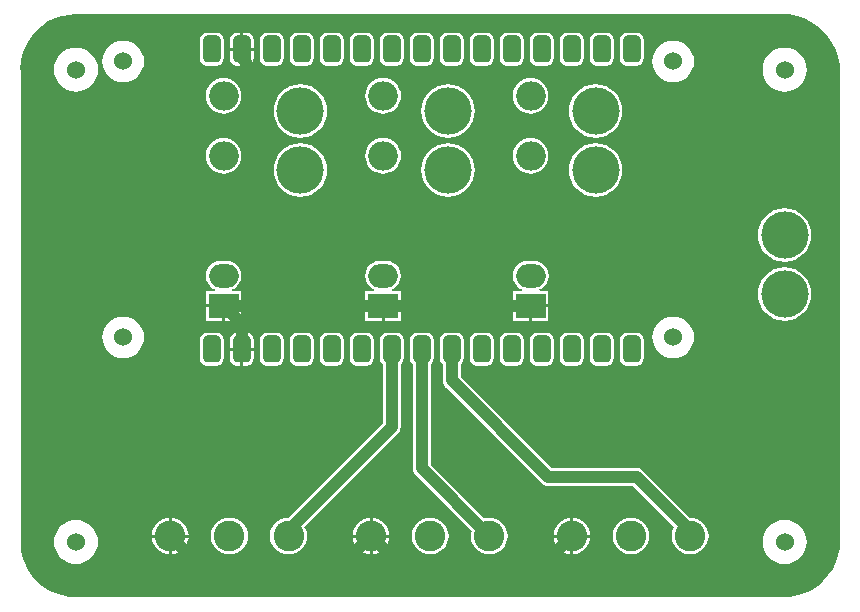
<source format=gbl>
G04*
G04 #@! TF.GenerationSoftware,Altium Limited,CircuitMaker,2.2.0 (2.2.0.5)*
G04*
G04 Layer_Physical_Order=4*
G04 Layer_Color=11436288*
%FSLAX25Y25*%
%MOIN*%
G70*
G04*
G04 #@! TF.SameCoordinates,81B0039B-3CC0-4BB0-BBFD-AD45440123D6*
G04*
G04*
G04 #@! TF.FilePolarity,Positive*
G04*
G01*
G75*
%ADD23C,0.06000*%
%ADD27C,0.03937*%
%ADD29R,0.09842X0.07874*%
%ADD30O,0.09842X0.07874*%
%ADD31O,0.09842X0.09842*%
G04:AMPARAMS|DCode=32|XSize=60mil|YSize=90mil|CornerRadius=15mil|HoleSize=0mil|Usage=FLASHONLY|Rotation=0.000|XOffset=0mil|YOffset=0mil|HoleType=Round|Shape=RoundedRectangle|*
%AMROUNDEDRECTD32*
21,1,0.06000,0.06000,0,0,0.0*
21,1,0.03000,0.09000,0,0,0.0*
1,1,0.03000,0.01500,-0.03000*
1,1,0.03000,-0.01500,-0.03000*
1,1,0.03000,-0.01500,0.03000*
1,1,0.03000,0.01500,0.03000*
%
%ADD32ROUNDEDRECTD32*%
%ADD33C,0.15748*%
%ADD34C,0.10236*%
G36*
X354272Y313718D02*
X354272Y313718D01*
X354272Y313718D01*
X355890Y313612D01*
X358390Y313115D01*
X360804Y312296D01*
X363090Y311168D01*
X365210Y309752D01*
X367126Y308071D01*
X368807Y306155D01*
X370223Y304035D01*
X371351Y301749D01*
X372170Y299335D01*
X372667Y296835D01*
X372834Y294291D01*
X372773Y293366D01*
X372773Y293366D01*
X372795Y293265D01*
Y137795D01*
X372815Y137696D01*
X372698Y135901D01*
X372211Y133452D01*
X371408Y131088D01*
X370304Y128849D01*
X368917Y126774D01*
X367271Y124897D01*
X365394Y123251D01*
X363319Y121864D01*
X361080Y120760D01*
X358716Y119958D01*
X356268Y119471D01*
X353777Y119307D01*
X353217Y119344D01*
Y119344D01*
X352728Y119331D01*
X118110D01*
X118061Y119321D01*
X115698Y119476D01*
X113328Y119947D01*
X111039Y120724D01*
X108871Y121793D01*
X106862Y123136D01*
X105044Y124730D01*
X103451Y126547D01*
X102108Y128556D01*
X101039Y130724D01*
X100262Y133013D01*
X99791Y135383D01*
X99665Y137299D01*
X99646Y137795D01*
X99646Y137795D01*
X99646Y138288D01*
Y295276D01*
X99636Y295325D01*
X99791Y297687D01*
X100262Y300058D01*
X101039Y302347D01*
X102108Y304515D01*
X103451Y306524D01*
X105044Y308341D01*
X106862Y309935D01*
X108871Y311278D01*
X111039Y312347D01*
X113328Y313124D01*
X115698Y313595D01*
X117618Y313721D01*
X118110Y313740D01*
Y313740D01*
X118110Y313740D01*
X354251D01*
X354272Y313718D01*
D02*
G37*
%LPC*%
G36*
X174886Y307518D02*
X173886D01*
Y302468D01*
X177435D01*
Y304969D01*
X177241Y305944D01*
X176688Y306771D01*
X175861Y307324D01*
X174886Y307518D01*
D02*
G37*
G36*
X172886D02*
X171886D01*
X170910Y307324D01*
X170083Y306771D01*
X169531Y305944D01*
X169337Y304969D01*
Y302468D01*
X172886D01*
Y307518D01*
D02*
G37*
G36*
X304886D02*
X301886D01*
X300910Y307324D01*
X300083Y306771D01*
X299531Y305944D01*
X299337Y304969D01*
Y298969D01*
X299531Y297993D01*
X300083Y297166D01*
X300910Y296614D01*
X301886Y296420D01*
X304886D01*
X305861Y296614D01*
X306688Y297166D01*
X307241Y297993D01*
X307435Y298969D01*
Y304969D01*
X307241Y305944D01*
X306688Y306771D01*
X305861Y307324D01*
X304886Y307518D01*
D02*
G37*
G36*
X294886D02*
X291886D01*
X290910Y307324D01*
X290083Y306771D01*
X289531Y305944D01*
X289337Y304969D01*
Y298969D01*
X289531Y297993D01*
X290083Y297166D01*
X290910Y296614D01*
X291886Y296420D01*
X294886D01*
X295861Y296614D01*
X296688Y297166D01*
X297241Y297993D01*
X297435Y298969D01*
Y304969D01*
X297241Y305944D01*
X296688Y306771D01*
X295861Y307324D01*
X294886Y307518D01*
D02*
G37*
G36*
X284886D02*
X281886D01*
X280910Y307324D01*
X280083Y306771D01*
X279531Y305944D01*
X279337Y304969D01*
Y298969D01*
X279531Y297993D01*
X280083Y297166D01*
X280910Y296614D01*
X281886Y296420D01*
X284886D01*
X285861Y296614D01*
X286688Y297166D01*
X287241Y297993D01*
X287435Y298969D01*
Y304969D01*
X287241Y305944D01*
X286688Y306771D01*
X285861Y307324D01*
X284886Y307518D01*
D02*
G37*
G36*
X274886D02*
X271886D01*
X270910Y307324D01*
X270083Y306771D01*
X269531Y305944D01*
X269337Y304969D01*
Y298969D01*
X269531Y297993D01*
X270083Y297166D01*
X270910Y296614D01*
X271886Y296420D01*
X274886D01*
X275861Y296614D01*
X276688Y297166D01*
X277241Y297993D01*
X277435Y298969D01*
Y304969D01*
X277241Y305944D01*
X276688Y306771D01*
X275861Y307324D01*
X274886Y307518D01*
D02*
G37*
G36*
X264886D02*
X261886D01*
X260910Y307324D01*
X260083Y306771D01*
X259531Y305944D01*
X259337Y304969D01*
Y298969D01*
X259531Y297993D01*
X260083Y297166D01*
X260910Y296614D01*
X261886Y296420D01*
X264886D01*
X265861Y296614D01*
X266688Y297166D01*
X267241Y297993D01*
X267435Y298969D01*
Y304969D01*
X267241Y305944D01*
X266688Y306771D01*
X265861Y307324D01*
X264886Y307518D01*
D02*
G37*
G36*
X254886D02*
X251886D01*
X250910Y307324D01*
X250083Y306771D01*
X249531Y305944D01*
X249337Y304969D01*
Y298969D01*
X249531Y297993D01*
X250083Y297166D01*
X250910Y296614D01*
X251886Y296420D01*
X254886D01*
X255861Y296614D01*
X256688Y297166D01*
X257241Y297993D01*
X257435Y298969D01*
Y304969D01*
X257241Y305944D01*
X256688Y306771D01*
X255861Y307324D01*
X254886Y307518D01*
D02*
G37*
G36*
X244886D02*
X241886D01*
X240910Y307324D01*
X240083Y306771D01*
X239531Y305944D01*
X239337Y304969D01*
Y298969D01*
X239531Y297993D01*
X240083Y297166D01*
X240910Y296614D01*
X241886Y296420D01*
X244886D01*
X245861Y296614D01*
X246688Y297166D01*
X247241Y297993D01*
X247435Y298969D01*
Y304969D01*
X247241Y305944D01*
X246688Y306771D01*
X245861Y307324D01*
X244886Y307518D01*
D02*
G37*
G36*
X234886D02*
X231886D01*
X230910Y307324D01*
X230083Y306771D01*
X229531Y305944D01*
X229337Y304969D01*
Y298969D01*
X229531Y297993D01*
X230083Y297166D01*
X230910Y296614D01*
X231886Y296420D01*
X234886D01*
X235861Y296614D01*
X236688Y297166D01*
X237241Y297993D01*
X237435Y298969D01*
Y304969D01*
X237241Y305944D01*
X236688Y306771D01*
X235861Y307324D01*
X234886Y307518D01*
D02*
G37*
G36*
X224886D02*
X221886D01*
X220910Y307324D01*
X220083Y306771D01*
X219531Y305944D01*
X219337Y304969D01*
Y298969D01*
X219531Y297993D01*
X220083Y297166D01*
X220910Y296614D01*
X221886Y296420D01*
X224886D01*
X225861Y296614D01*
X226688Y297166D01*
X227241Y297993D01*
X227435Y298969D01*
Y304969D01*
X227241Y305944D01*
X226688Y306771D01*
X225861Y307324D01*
X224886Y307518D01*
D02*
G37*
G36*
X214886D02*
X211886D01*
X210910Y307324D01*
X210083Y306771D01*
X209531Y305944D01*
X209337Y304969D01*
Y298969D01*
X209531Y297993D01*
X210083Y297166D01*
X210910Y296614D01*
X211886Y296420D01*
X214886D01*
X215861Y296614D01*
X216688Y297166D01*
X217241Y297993D01*
X217435Y298969D01*
Y304969D01*
X217241Y305944D01*
X216688Y306771D01*
X215861Y307324D01*
X214886Y307518D01*
D02*
G37*
G36*
X204886D02*
X201886D01*
X200910Y307324D01*
X200083Y306771D01*
X199531Y305944D01*
X199337Y304969D01*
Y298969D01*
X199531Y297993D01*
X200083Y297166D01*
X200910Y296614D01*
X201886Y296420D01*
X204886D01*
X205861Y296614D01*
X206688Y297166D01*
X207241Y297993D01*
X207435Y298969D01*
Y304969D01*
X207241Y305944D01*
X206688Y306771D01*
X205861Y307324D01*
X204886Y307518D01*
D02*
G37*
G36*
X194886D02*
X191886D01*
X190910Y307324D01*
X190083Y306771D01*
X189531Y305944D01*
X189337Y304969D01*
Y298969D01*
X189531Y297993D01*
X190083Y297166D01*
X190910Y296614D01*
X191886Y296420D01*
X194886D01*
X195861Y296614D01*
X196688Y297166D01*
X197241Y297993D01*
X197435Y298969D01*
Y304969D01*
X197241Y305944D01*
X196688Y306771D01*
X195861Y307324D01*
X194886Y307518D01*
D02*
G37*
G36*
X184886D02*
X181886D01*
X180910Y307324D01*
X180083Y306771D01*
X179531Y305944D01*
X179337Y304969D01*
Y298969D01*
X179531Y297993D01*
X180083Y297166D01*
X180910Y296614D01*
X181886Y296420D01*
X184886D01*
X185861Y296614D01*
X186688Y297166D01*
X187241Y297993D01*
X187435Y298969D01*
Y304969D01*
X187241Y305944D01*
X186688Y306771D01*
X185861Y307324D01*
X184886Y307518D01*
D02*
G37*
G36*
X177435Y301468D02*
X173886D01*
Y296420D01*
X174886D01*
X175861Y296614D01*
X176688Y297166D01*
X177241Y297993D01*
X177435Y298969D01*
Y301468D01*
D02*
G37*
G36*
X172886D02*
X169337D01*
Y298969D01*
X169531Y297993D01*
X170083Y297166D01*
X170910Y296614D01*
X171886Y296420D01*
X172886D01*
Y301468D01*
D02*
G37*
G36*
X164886Y307518D02*
X161886D01*
X160910Y307324D01*
X160083Y306771D01*
X159531Y305944D01*
X159337Y304969D01*
Y298969D01*
X159531Y297993D01*
X160083Y297166D01*
X160910Y296614D01*
X161886Y296420D01*
X164886D01*
X165861Y296614D01*
X166688Y297166D01*
X167241Y297993D01*
X167435Y298969D01*
Y304969D01*
X167241Y305944D01*
X166688Y306771D01*
X165861Y307324D01*
X164886Y307518D01*
D02*
G37*
G36*
X317165Y304892D02*
X315812Y304758D01*
X314510Y304363D01*
X313310Y303722D01*
X312259Y302859D01*
X311396Y301808D01*
X310755Y300608D01*
X310360Y299307D01*
X310226Y297953D01*
X310360Y296599D01*
X310755Y295297D01*
X311396Y294098D01*
X312259Y293046D01*
X313310Y292183D01*
X314510Y291542D01*
X315812Y291147D01*
X317165Y291014D01*
X318519Y291147D01*
X319821Y291542D01*
X321020Y292183D01*
X322072Y293046D01*
X322935Y294098D01*
X323576Y295297D01*
X323971Y296599D01*
X324104Y297953D01*
X323971Y299307D01*
X323576Y300608D01*
X322935Y301808D01*
X322072Y302859D01*
X321020Y303722D01*
X319821Y304363D01*
X318519Y304758D01*
X317165Y304892D01*
D02*
G37*
G36*
X133858D02*
X132504Y304758D01*
X131203Y304363D01*
X130003Y303722D01*
X128952Y302859D01*
X128089Y301808D01*
X127447Y300608D01*
X127053Y299307D01*
X126919Y297953D01*
X127053Y296599D01*
X127447Y295297D01*
X128089Y294098D01*
X128952Y293046D01*
X130003Y292183D01*
X131203Y291542D01*
X132504Y291147D01*
X133858Y291014D01*
X135212Y291147D01*
X136514Y291542D01*
X137713Y292183D01*
X138765Y293046D01*
X139628Y294098D01*
X140269Y295297D01*
X140664Y296599D01*
X140797Y297953D01*
X140664Y299307D01*
X140269Y300608D01*
X139628Y301808D01*
X138765Y302859D01*
X137713Y303722D01*
X136514Y304363D01*
X135212Y304758D01*
X133858Y304892D01*
D02*
G37*
G36*
X354331Y302610D02*
X352900Y302469D01*
X351524Y302052D01*
X350256Y301374D01*
X349145Y300462D01*
X348232Y299350D01*
X347555Y298082D01*
X347137Y296707D01*
X346996Y295276D01*
X347137Y293845D01*
X347555Y292469D01*
X348232Y291201D01*
X349145Y290089D01*
X350256Y289177D01*
X351524Y288499D01*
X352900Y288082D01*
X354331Y287941D01*
X355762Y288082D01*
X357138Y288499D01*
X358406Y289177D01*
X359517Y290089D01*
X360429Y291201D01*
X361107Y292469D01*
X361524Y293845D01*
X361665Y295276D01*
X361524Y296707D01*
X361107Y298082D01*
X360429Y299350D01*
X359517Y300462D01*
X358406Y301374D01*
X357138Y302052D01*
X355762Y302469D01*
X354331Y302610D01*
D02*
G37*
G36*
X118110D02*
X116679Y302469D01*
X115303Y302052D01*
X114035Y301374D01*
X112924Y300462D01*
X112012Y299350D01*
X111334Y298082D01*
X110917Y296707D01*
X110776Y295276D01*
X110917Y293845D01*
X111334Y292469D01*
X112012Y291201D01*
X112924Y290089D01*
X114035Y289177D01*
X115303Y288499D01*
X116679Y288082D01*
X118110Y287941D01*
X119541Y288082D01*
X120917Y288499D01*
X122185Y289177D01*
X123296Y290089D01*
X124209Y291201D01*
X124886Y292469D01*
X125304Y293845D01*
X125445Y295276D01*
X125304Y296707D01*
X124886Y298082D01*
X124209Y299350D01*
X123296Y300462D01*
X122185Y301374D01*
X120917Y302052D01*
X119541Y302469D01*
X118110Y302610D01*
D02*
G37*
G36*
X269685Y292485D02*
X268524Y292371D01*
X267408Y292032D01*
X266379Y291483D01*
X265478Y290743D01*
X264738Y289841D01*
X264188Y288812D01*
X263849Y287696D01*
X263735Y286535D01*
X263849Y285375D01*
X264188Y284259D01*
X264738Y283230D01*
X265478Y282328D01*
X266379Y281588D01*
X267408Y281038D01*
X268524Y280700D01*
X269685Y280586D01*
X270846Y280700D01*
X271962Y281038D01*
X272991Y281588D01*
X273892Y282328D01*
X274632Y283230D01*
X275182Y284259D01*
X275521Y285375D01*
X275635Y286535D01*
X275521Y287696D01*
X275182Y288812D01*
X274632Y289841D01*
X273892Y290743D01*
X272991Y291483D01*
X271962Y292032D01*
X270846Y292371D01*
X269685Y292485D01*
D02*
G37*
G36*
X220472D02*
X219312Y292371D01*
X218196Y292032D01*
X217167Y291483D01*
X216265Y290743D01*
X215525Y289841D01*
X214975Y288812D01*
X214637Y287696D01*
X214523Y286535D01*
X214637Y285375D01*
X214975Y284259D01*
X215525Y283230D01*
X216265Y282328D01*
X217167Y281588D01*
X218196Y281038D01*
X219312Y280700D01*
X220472Y280586D01*
X221633Y280700D01*
X222749Y281038D01*
X223778Y281588D01*
X224680Y282328D01*
X225420Y283230D01*
X225969Y284259D01*
X226308Y285375D01*
X226422Y286535D01*
X226308Y287696D01*
X225969Y288812D01*
X225420Y289841D01*
X224680Y290743D01*
X223778Y291483D01*
X222749Y292032D01*
X221633Y292371D01*
X220472Y292485D01*
D02*
G37*
G36*
X167323D02*
X166162Y292371D01*
X165046Y292032D01*
X164017Y291483D01*
X163116Y290743D01*
X162376Y289841D01*
X161826Y288812D01*
X161487Y287696D01*
X161373Y286535D01*
X161487Y285375D01*
X161826Y284259D01*
X162376Y283230D01*
X163116Y282328D01*
X164017Y281588D01*
X165046Y281038D01*
X166162Y280700D01*
X167323Y280586D01*
X168484Y280700D01*
X169600Y281038D01*
X170628Y281588D01*
X171530Y282328D01*
X172270Y283230D01*
X172820Y284259D01*
X173158Y285375D01*
X173273Y286535D01*
X173158Y287696D01*
X172820Y288812D01*
X172270Y289841D01*
X171530Y290743D01*
X170628Y291483D01*
X169600Y292032D01*
X168484Y292371D01*
X167323Y292485D01*
D02*
G37*
G36*
X291339Y290413D02*
X289599Y290242D01*
X287926Y289734D01*
X286385Y288910D01*
X285033Y287801D01*
X283924Y286450D01*
X283100Y284908D01*
X282593Y283236D01*
X282422Y281496D01*
X282593Y279756D01*
X283100Y278084D01*
X283924Y276542D01*
X285033Y275191D01*
X286385Y274082D01*
X287926Y273258D01*
X289599Y272750D01*
X291339Y272579D01*
X293078Y272750D01*
X294751Y273258D01*
X296293Y274082D01*
X297644Y275191D01*
X298753Y276542D01*
X299577Y278084D01*
X300084Y279756D01*
X300255Y281496D01*
X300084Y283236D01*
X299577Y284908D01*
X298753Y286450D01*
X297644Y287801D01*
X296293Y288910D01*
X294751Y289734D01*
X293078Y290242D01*
X291339Y290413D01*
D02*
G37*
G36*
X242126D02*
X240386Y290242D01*
X238714Y289734D01*
X237172Y288910D01*
X235821Y287801D01*
X234712Y286450D01*
X233888Y284908D01*
X233380Y283236D01*
X233209Y281496D01*
X233380Y279756D01*
X233888Y278084D01*
X234712Y276542D01*
X235821Y275191D01*
X237172Y274082D01*
X238714Y273258D01*
X240386Y272750D01*
X242126Y272579D01*
X243866Y272750D01*
X245538Y273258D01*
X247080Y274082D01*
X248431Y275191D01*
X249540Y276542D01*
X250364Y278084D01*
X250872Y279756D01*
X251043Y281496D01*
X250872Y283236D01*
X250364Y284908D01*
X249540Y286450D01*
X248431Y287801D01*
X247080Y288910D01*
X245538Y289734D01*
X243866Y290242D01*
X242126Y290413D01*
D02*
G37*
G36*
X192913D02*
X191174Y290242D01*
X189501Y289734D01*
X187959Y288910D01*
X186608Y287801D01*
X185499Y286450D01*
X184675Y284908D01*
X184168Y283236D01*
X183996Y281496D01*
X184168Y279756D01*
X184675Y278084D01*
X185499Y276542D01*
X186608Y275191D01*
X187959Y274082D01*
X189501Y273258D01*
X191174Y272750D01*
X192913Y272579D01*
X194653Y272750D01*
X196326Y273258D01*
X197867Y274082D01*
X199219Y275191D01*
X200328Y276542D01*
X201152Y278084D01*
X201659Y279756D01*
X201830Y281496D01*
X201659Y283236D01*
X201152Y284908D01*
X200328Y286450D01*
X199219Y287801D01*
X197867Y288910D01*
X196326Y289734D01*
X194653Y290242D01*
X192913Y290413D01*
D02*
G37*
G36*
X269685Y272485D02*
X268524Y272371D01*
X267408Y272032D01*
X266379Y271483D01*
X265478Y270743D01*
X264738Y269841D01*
X264188Y268812D01*
X263849Y267696D01*
X263735Y266535D01*
X263849Y265375D01*
X264188Y264259D01*
X264738Y263230D01*
X265478Y262328D01*
X266379Y261588D01*
X267408Y261038D01*
X268524Y260700D01*
X269685Y260585D01*
X270846Y260700D01*
X271962Y261038D01*
X272991Y261588D01*
X273892Y262328D01*
X274632Y263230D01*
X275182Y264259D01*
X275521Y265375D01*
X275635Y266535D01*
X275521Y267696D01*
X275182Y268812D01*
X274632Y269841D01*
X273892Y270743D01*
X272991Y271483D01*
X271962Y272032D01*
X270846Y272371D01*
X269685Y272485D01*
D02*
G37*
G36*
X220472D02*
X219312Y272371D01*
X218196Y272032D01*
X217167Y271483D01*
X216265Y270743D01*
X215525Y269841D01*
X214975Y268812D01*
X214637Y267696D01*
X214523Y266535D01*
X214637Y265375D01*
X214975Y264259D01*
X215525Y263230D01*
X216265Y262328D01*
X217167Y261588D01*
X218196Y261038D01*
X219312Y260700D01*
X220472Y260585D01*
X221633Y260700D01*
X222749Y261038D01*
X223778Y261588D01*
X224680Y262328D01*
X225420Y263230D01*
X225969Y264259D01*
X226308Y265375D01*
X226422Y266535D01*
X226308Y267696D01*
X225969Y268812D01*
X225420Y269841D01*
X224680Y270743D01*
X223778Y271483D01*
X222749Y272032D01*
X221633Y272371D01*
X220472Y272485D01*
D02*
G37*
G36*
X167323D02*
X166162Y272371D01*
X165046Y272032D01*
X164017Y271483D01*
X163116Y270743D01*
X162376Y269841D01*
X161826Y268812D01*
X161487Y267696D01*
X161373Y266535D01*
X161487Y265375D01*
X161826Y264259D01*
X162376Y263230D01*
X163116Y262328D01*
X164017Y261588D01*
X165046Y261038D01*
X166162Y260700D01*
X167323Y260585D01*
X168484Y260700D01*
X169600Y261038D01*
X170628Y261588D01*
X171530Y262328D01*
X172270Y263230D01*
X172820Y264259D01*
X173158Y265375D01*
X173273Y266535D01*
X173158Y267696D01*
X172820Y268812D01*
X172270Y269841D01*
X171530Y270743D01*
X170628Y271483D01*
X169600Y272032D01*
X168484Y272371D01*
X167323Y272485D01*
D02*
G37*
G36*
X291339Y270728D02*
X289599Y270557D01*
X287926Y270049D01*
X286385Y269225D01*
X285033Y268116D01*
X283924Y266765D01*
X283100Y265223D01*
X282593Y263551D01*
X282422Y261811D01*
X282593Y260071D01*
X283100Y258399D01*
X283924Y256857D01*
X285033Y255506D01*
X286385Y254397D01*
X287926Y253573D01*
X289599Y253065D01*
X291339Y252894D01*
X293078Y253065D01*
X294751Y253573D01*
X296293Y254397D01*
X297644Y255506D01*
X298753Y256857D01*
X299577Y258399D01*
X300084Y260071D01*
X300255Y261811D01*
X300084Y263551D01*
X299577Y265223D01*
X298753Y266765D01*
X297644Y268116D01*
X296293Y269225D01*
X294751Y270049D01*
X293078Y270557D01*
X291339Y270728D01*
D02*
G37*
G36*
X242126D02*
X240386Y270557D01*
X238714Y270049D01*
X237172Y269225D01*
X235821Y268116D01*
X234712Y266765D01*
X233888Y265223D01*
X233380Y263551D01*
X233209Y261811D01*
X233380Y260071D01*
X233888Y258399D01*
X234712Y256857D01*
X235821Y255506D01*
X237172Y254397D01*
X238714Y253573D01*
X240386Y253065D01*
X242126Y252894D01*
X243866Y253065D01*
X245538Y253573D01*
X247080Y254397D01*
X248431Y255506D01*
X249540Y256857D01*
X250364Y258399D01*
X250872Y260071D01*
X251043Y261811D01*
X250872Y263551D01*
X250364Y265223D01*
X249540Y266765D01*
X248431Y268116D01*
X247080Y269225D01*
X245538Y270049D01*
X243866Y270557D01*
X242126Y270728D01*
D02*
G37*
G36*
X192913D02*
X191174Y270557D01*
X189501Y270049D01*
X187959Y269225D01*
X186608Y268116D01*
X185499Y266765D01*
X184675Y265223D01*
X184168Y263551D01*
X183996Y261811D01*
X184168Y260071D01*
X184675Y258399D01*
X185499Y256857D01*
X186608Y255506D01*
X187959Y254397D01*
X189501Y253573D01*
X191174Y253065D01*
X192913Y252894D01*
X194653Y253065D01*
X196326Y253573D01*
X197867Y254397D01*
X199219Y255506D01*
X200328Y256857D01*
X201152Y258399D01*
X201659Y260071D01*
X201830Y261811D01*
X201659Y263551D01*
X201152Y265223D01*
X200328Y266765D01*
X199219Y268116D01*
X197867Y269225D01*
X196326Y270049D01*
X194653Y270557D01*
X192913Y270728D01*
D02*
G37*
G36*
X354331Y249074D02*
X352591Y248903D01*
X350918Y248396D01*
X349377Y247572D01*
X348025Y246463D01*
X346917Y245111D01*
X346093Y243570D01*
X345585Y241897D01*
X345414Y240158D01*
X345585Y238418D01*
X346093Y236745D01*
X346917Y235204D01*
X348025Y233852D01*
X349377Y232743D01*
X350918Y231919D01*
X352591Y231412D01*
X354331Y231241D01*
X356070Y231412D01*
X357743Y231919D01*
X359285Y232743D01*
X360636Y233852D01*
X361745Y235204D01*
X362569Y236745D01*
X363076Y238418D01*
X363248Y240158D01*
X363076Y241897D01*
X362569Y243570D01*
X361745Y245111D01*
X360636Y246463D01*
X359285Y247572D01*
X357743Y248396D01*
X356070Y248903D01*
X354331Y249074D01*
D02*
G37*
G36*
X168307Y231515D02*
X166339D01*
X165050Y231345D01*
X163849Y230848D01*
X162818Y230057D01*
X162026Y229025D01*
X161529Y227824D01*
X161359Y226535D01*
X161529Y225247D01*
X162026Y224046D01*
X162818Y223014D01*
X163849Y222223D01*
X164454Y221972D01*
X164354Y221472D01*
X161402D01*
Y217035D01*
X167323D01*
X173244D01*
Y221472D01*
X170291D01*
X170192Y221972D01*
X170797Y222223D01*
X171828Y223014D01*
X172620Y224046D01*
X173117Y225247D01*
X173287Y226535D01*
X173117Y227824D01*
X172620Y229025D01*
X171828Y230057D01*
X170797Y230848D01*
X169596Y231345D01*
X168307Y231515D01*
D02*
G37*
G36*
X270669D02*
X268701D01*
X267412Y231345D01*
X266211Y230848D01*
X265180Y230057D01*
X264388Y229025D01*
X263891Y227824D01*
X263721Y226535D01*
X263891Y225247D01*
X264388Y224046D01*
X265180Y223014D01*
X266211Y222223D01*
X266816Y221972D01*
X266716Y221472D01*
X263764D01*
Y217035D01*
X269685D01*
X275606D01*
Y221472D01*
X272654D01*
X272554Y221972D01*
X273159Y222223D01*
X274190Y223014D01*
X274982Y224046D01*
X275479Y225247D01*
X275649Y226535D01*
X275479Y227824D01*
X274982Y229025D01*
X274190Y230057D01*
X273159Y230848D01*
X271958Y231345D01*
X270669Y231515D01*
D02*
G37*
G36*
X221457D02*
X219488D01*
X218199Y231345D01*
X216998Y230848D01*
X215967Y230057D01*
X215176Y229025D01*
X214678Y227824D01*
X214509Y226535D01*
X214678Y225247D01*
X215176Y224046D01*
X215967Y223014D01*
X216998Y222223D01*
X217603Y221972D01*
X217504Y221472D01*
X214551D01*
Y217035D01*
X220472D01*
X226394D01*
Y221472D01*
X223441D01*
X223342Y221972D01*
X223946Y222223D01*
X224978Y223014D01*
X225769Y224046D01*
X226267Y225247D01*
X226436Y226535D01*
X226267Y227824D01*
X225769Y229025D01*
X224978Y230057D01*
X223946Y230848D01*
X222745Y231345D01*
X221457Y231515D01*
D02*
G37*
G36*
X275606Y216035D02*
X270185D01*
Y211598D01*
X275606D01*
Y216035D01*
D02*
G37*
G36*
X269185D02*
X263764D01*
Y211598D01*
X269185D01*
Y216035D01*
D02*
G37*
G36*
X226394D02*
X220972D01*
Y211598D01*
X226394D01*
Y216035D01*
D02*
G37*
G36*
X219972D02*
X214551D01*
Y211598D01*
X219972D01*
Y216035D01*
D02*
G37*
G36*
X173244D02*
X167823D01*
Y211598D01*
X173244D01*
Y216035D01*
D02*
G37*
G36*
X166823D02*
X161402D01*
Y211598D01*
X166823D01*
Y216035D01*
D02*
G37*
G36*
X354331Y229389D02*
X352591Y229218D01*
X350918Y228711D01*
X349377Y227887D01*
X348025Y226778D01*
X346917Y225426D01*
X346093Y223885D01*
X345585Y222212D01*
X345414Y220472D01*
X345585Y218733D01*
X346093Y217060D01*
X346917Y215518D01*
X348025Y214167D01*
X349377Y213058D01*
X350918Y212234D01*
X352591Y211727D01*
X354331Y211556D01*
X356070Y211727D01*
X357743Y212234D01*
X359285Y213058D01*
X360636Y214167D01*
X361745Y215518D01*
X362569Y217060D01*
X363076Y218733D01*
X363248Y220472D01*
X363076Y222212D01*
X362569Y223885D01*
X361745Y225426D01*
X360636Y226778D01*
X359285Y227887D01*
X357743Y228711D01*
X356070Y229218D01*
X354331Y229389D01*
D02*
G37*
G36*
X174886Y207518D02*
X173886D01*
Y202468D01*
X177435D01*
Y204969D01*
X177241Y205944D01*
X176688Y206771D01*
X175861Y207324D01*
X174886Y207518D01*
D02*
G37*
G36*
X172886D02*
X171886D01*
X170910Y207324D01*
X170083Y206771D01*
X169531Y205944D01*
X169337Y204969D01*
Y202468D01*
X172886D01*
Y207518D01*
D02*
G37*
G36*
X317165Y212923D02*
X315812Y212790D01*
X314510Y212395D01*
X313310Y211754D01*
X312259Y210891D01*
X311396Y209839D01*
X310755Y208640D01*
X310360Y207338D01*
X310226Y205984D01*
X310360Y204630D01*
X310755Y203329D01*
X311396Y202129D01*
X312259Y201078D01*
X313310Y200215D01*
X314510Y199574D01*
X315812Y199179D01*
X317165Y199045D01*
X318519Y199179D01*
X319821Y199574D01*
X321020Y200215D01*
X322072Y201078D01*
X322935Y202129D01*
X323576Y203329D01*
X323971Y204630D01*
X324104Y205984D01*
X323971Y207338D01*
X323576Y208640D01*
X322935Y209839D01*
X322072Y210891D01*
X321020Y211754D01*
X319821Y212395D01*
X318519Y212790D01*
X317165Y212923D01*
D02*
G37*
G36*
X133858D02*
X132504Y212790D01*
X131203Y212395D01*
X130003Y211754D01*
X128952Y210891D01*
X128089Y209839D01*
X127447Y208640D01*
X127053Y207338D01*
X126919Y205984D01*
X127053Y204630D01*
X127447Y203329D01*
X128089Y202129D01*
X128952Y201078D01*
X130003Y200215D01*
X131203Y199574D01*
X132504Y199179D01*
X133858Y199045D01*
X135212Y199179D01*
X136514Y199574D01*
X137713Y200215D01*
X138765Y201078D01*
X139628Y202129D01*
X140269Y203329D01*
X140664Y204630D01*
X140797Y205984D01*
X140664Y207338D01*
X140269Y208640D01*
X139628Y209839D01*
X138765Y210891D01*
X137713Y211754D01*
X136514Y212395D01*
X135212Y212790D01*
X133858Y212923D01*
D02*
G37*
G36*
X304886Y207518D02*
X301886D01*
X300910Y207324D01*
X300083Y206771D01*
X299531Y205944D01*
X299337Y204969D01*
Y198969D01*
X299531Y197993D01*
X300083Y197166D01*
X300910Y196614D01*
X301886Y196420D01*
X304886D01*
X305861Y196614D01*
X306688Y197166D01*
X307241Y197993D01*
X307435Y198969D01*
Y204969D01*
X307241Y205944D01*
X306688Y206771D01*
X305861Y207324D01*
X304886Y207518D01*
D02*
G37*
G36*
X294886D02*
X291886D01*
X290910Y207324D01*
X290083Y206771D01*
X289531Y205944D01*
X289337Y204969D01*
Y198969D01*
X289531Y197993D01*
X290083Y197166D01*
X290910Y196614D01*
X291886Y196420D01*
X294886D01*
X295861Y196614D01*
X296688Y197166D01*
X297241Y197993D01*
X297435Y198969D01*
Y204969D01*
X297241Y205944D01*
X296688Y206771D01*
X295861Y207324D01*
X294886Y207518D01*
D02*
G37*
G36*
X284886D02*
X281886D01*
X280910Y207324D01*
X280083Y206771D01*
X279531Y205944D01*
X279337Y204969D01*
Y198969D01*
X279531Y197993D01*
X280083Y197166D01*
X280910Y196614D01*
X281886Y196420D01*
X284886D01*
X285861Y196614D01*
X286688Y197166D01*
X287241Y197993D01*
X287435Y198969D01*
Y204969D01*
X287241Y205944D01*
X286688Y206771D01*
X285861Y207324D01*
X284886Y207518D01*
D02*
G37*
G36*
X274886D02*
X271886D01*
X270910Y207324D01*
X270083Y206771D01*
X269531Y205944D01*
X269337Y204969D01*
Y198969D01*
X269531Y197993D01*
X270083Y197166D01*
X270910Y196614D01*
X271886Y196420D01*
X274886D01*
X275861Y196614D01*
X276688Y197166D01*
X277241Y197993D01*
X277435Y198969D01*
Y204969D01*
X277241Y205944D01*
X276688Y206771D01*
X275861Y207324D01*
X274886Y207518D01*
D02*
G37*
G36*
X264886D02*
X261886D01*
X260910Y207324D01*
X260083Y206771D01*
X259531Y205944D01*
X259337Y204969D01*
Y198969D01*
X259531Y197993D01*
X260083Y197166D01*
X260910Y196614D01*
X261886Y196420D01*
X264886D01*
X265861Y196614D01*
X266688Y197166D01*
X267241Y197993D01*
X267435Y198969D01*
Y204969D01*
X267241Y205944D01*
X266688Y206771D01*
X265861Y207324D01*
X264886Y207518D01*
D02*
G37*
G36*
X254886D02*
X251886D01*
X250910Y207324D01*
X250083Y206771D01*
X249531Y205944D01*
X249337Y204969D01*
Y198969D01*
X249531Y197993D01*
X250083Y197166D01*
X250910Y196614D01*
X251886Y196420D01*
X254886D01*
X255861Y196614D01*
X256688Y197166D01*
X257241Y197993D01*
X257435Y198969D01*
Y204969D01*
X257241Y205944D01*
X256688Y206771D01*
X255861Y207324D01*
X254886Y207518D01*
D02*
G37*
G36*
X214886D02*
X211886D01*
X210910Y207324D01*
X210083Y206771D01*
X209531Y205944D01*
X209337Y204969D01*
Y198969D01*
X209531Y197993D01*
X210083Y197166D01*
X210910Y196614D01*
X211886Y196420D01*
X214886D01*
X215861Y196614D01*
X216688Y197166D01*
X217241Y197993D01*
X217435Y198969D01*
Y204969D01*
X217241Y205944D01*
X216688Y206771D01*
X215861Y207324D01*
X214886Y207518D01*
D02*
G37*
G36*
X204886D02*
X201886D01*
X200910Y207324D01*
X200083Y206771D01*
X199531Y205944D01*
X199337Y204969D01*
Y198969D01*
X199531Y197993D01*
X200083Y197166D01*
X200910Y196614D01*
X201886Y196420D01*
X204886D01*
X205861Y196614D01*
X206688Y197166D01*
X207241Y197993D01*
X207435Y198969D01*
Y204969D01*
X207241Y205944D01*
X206688Y206771D01*
X205861Y207324D01*
X204886Y207518D01*
D02*
G37*
G36*
X194886D02*
X191886D01*
X190910Y207324D01*
X190083Y206771D01*
X189531Y205944D01*
X189337Y204969D01*
Y198969D01*
X189531Y197993D01*
X190083Y197166D01*
X190910Y196614D01*
X191886Y196420D01*
X194886D01*
X195861Y196614D01*
X196688Y197166D01*
X197241Y197993D01*
X197435Y198969D01*
Y204969D01*
X197241Y205944D01*
X196688Y206771D01*
X195861Y207324D01*
X194886Y207518D01*
D02*
G37*
G36*
X184886D02*
X181886D01*
X180910Y207324D01*
X180083Y206771D01*
X179531Y205944D01*
X179337Y204969D01*
Y198969D01*
X179531Y197993D01*
X180083Y197166D01*
X180910Y196614D01*
X181886Y196420D01*
X184886D01*
X185861Y196614D01*
X186688Y197166D01*
X187241Y197993D01*
X187435Y198969D01*
Y204969D01*
X187241Y205944D01*
X186688Y206771D01*
X185861Y207324D01*
X184886Y207518D01*
D02*
G37*
G36*
X177435Y201468D02*
X173886D01*
Y196420D01*
X174886D01*
X175861Y196614D01*
X176688Y197166D01*
X177241Y197993D01*
X177435Y198969D01*
Y201468D01*
D02*
G37*
G36*
X172886D02*
X169337D01*
Y198969D01*
X169531Y197993D01*
X170083Y197166D01*
X170910Y196614D01*
X171886Y196420D01*
X172886D01*
Y201468D01*
D02*
G37*
G36*
X164886Y207518D02*
X161886D01*
X160910Y207324D01*
X160083Y206771D01*
X159531Y205944D01*
X159337Y204969D01*
Y198969D01*
X159531Y197993D01*
X160083Y197166D01*
X160910Y196614D01*
X161886Y196420D01*
X164886D01*
X165861Y196614D01*
X166688Y197166D01*
X167241Y197993D01*
X167435Y198969D01*
Y204969D01*
X167241Y205944D01*
X166688Y206771D01*
X165861Y207324D01*
X164886Y207518D01*
D02*
G37*
G36*
X283965Y145862D02*
Y140264D01*
X289563D01*
X289494Y140963D01*
X289144Y142116D01*
X288576Y143179D01*
X287812Y144111D01*
X286880Y144875D01*
X285817Y145443D01*
X284664Y145793D01*
X283965Y145862D01*
D02*
G37*
G36*
X282965D02*
X282265Y145793D01*
X281112Y145443D01*
X280049Y144875D01*
X279117Y144111D01*
X278353Y143179D01*
X277785Y142116D01*
X277435Y140963D01*
X277366Y140264D01*
X282965D01*
Y145862D01*
D02*
G37*
G36*
X150106D02*
Y140264D01*
X155705D01*
X155636Y140963D01*
X155286Y142116D01*
X154718Y143179D01*
X153953Y144111D01*
X153022Y144875D01*
X151959Y145443D01*
X150806Y145793D01*
X150106Y145862D01*
D02*
G37*
G36*
X149106D02*
X148407Y145793D01*
X147254Y145443D01*
X146191Y144875D01*
X145259Y144111D01*
X144495Y143179D01*
X143927Y142116D01*
X143577Y140963D01*
X143508Y140264D01*
X149106D01*
Y145862D01*
D02*
G37*
G36*
X217035D02*
Y140264D01*
X222634D01*
X222565Y140963D01*
X222215Y142116D01*
X221647Y143179D01*
X220883Y144111D01*
X219951Y144875D01*
X218888Y145443D01*
X217735Y145793D01*
X217035Y145862D01*
D02*
G37*
G36*
X216035D02*
X215336Y145793D01*
X214183Y145443D01*
X213120Y144875D01*
X212188Y144111D01*
X211424Y143179D01*
X210856Y142116D01*
X210506Y140963D01*
X210437Y140264D01*
X216035D01*
Y145862D01*
D02*
G37*
G36*
X222634Y139264D02*
X217035D01*
Y133665D01*
X217735Y133734D01*
X218888Y134084D01*
X219951Y134652D01*
X220883Y135417D01*
X221647Y136348D01*
X222215Y137411D01*
X222565Y138564D01*
X222634Y139264D01*
D02*
G37*
G36*
X282965Y139264D02*
X277366D01*
X277435Y138564D01*
X277785Y137411D01*
X278353Y136348D01*
X279117Y135417D01*
X280049Y134652D01*
X281112Y134084D01*
X282265Y133734D01*
X282965Y133665D01*
Y139264D01*
D02*
G37*
G36*
X155705Y139264D02*
X150106D01*
Y133665D01*
X150806Y133734D01*
X151959Y134084D01*
X153022Y134652D01*
X153953Y135417D01*
X154718Y136348D01*
X155286Y137411D01*
X155636Y138564D01*
X155705Y139264D01*
D02*
G37*
G36*
X149106D02*
X143508D01*
X143577Y138564D01*
X143927Y137411D01*
X144495Y136348D01*
X145259Y135417D01*
X146191Y134652D01*
X147254Y134084D01*
X148407Y133734D01*
X149106Y133665D01*
Y139264D01*
D02*
G37*
G36*
X289563Y139264D02*
X283965D01*
Y133665D01*
X284664Y133734D01*
X285817Y134084D01*
X286880Y134652D01*
X287812Y135417D01*
X288576Y136348D01*
X289144Y137411D01*
X289494Y138564D01*
X289563Y139264D01*
D02*
G37*
G36*
X216035Y139264D02*
X210437D01*
X210506Y138564D01*
X210856Y137411D01*
X211424Y136348D01*
X212188Y135417D01*
X213120Y134652D01*
X214183Y134084D01*
X215336Y133734D01*
X216035Y133665D01*
Y139264D01*
D02*
G37*
G36*
X244886Y207518D02*
X241886D01*
X240910Y207324D01*
X240083Y206771D01*
X239531Y205944D01*
X239337Y204969D01*
Y198969D01*
X239531Y197993D01*
X240083Y197166D01*
X240392Y196960D01*
Y191654D01*
X240494Y190879D01*
X240793Y190156D01*
X241269Y189536D01*
X273473Y157332D01*
X274094Y156856D01*
X274393Y156732D01*
X274816Y156557D01*
X275590Y156455D01*
X303878D01*
X317525Y142808D01*
X317155Y142116D01*
X316805Y140963D01*
X316687Y139764D01*
X316805Y138564D01*
X317155Y137411D01*
X317723Y136348D01*
X318488Y135417D01*
X319419Y134652D01*
X320482Y134084D01*
X321635Y133734D01*
X322835Y133616D01*
X324034Y133734D01*
X325187Y134084D01*
X326250Y134652D01*
X327182Y135417D01*
X327946Y136348D01*
X328514Y137411D01*
X328864Y138564D01*
X328982Y139764D01*
X328864Y140963D01*
X328514Y142116D01*
X327946Y143179D01*
X327182Y144111D01*
X326250Y144875D01*
X325187Y145443D01*
X324034Y145793D01*
X322896Y145905D01*
X307235Y161566D01*
X306615Y162042D01*
X305893Y162341D01*
X305118Y162443D01*
X276831D01*
X246380Y192894D01*
Y196960D01*
X246688Y197166D01*
X247241Y197993D01*
X247435Y198969D01*
Y204969D01*
X247241Y205944D01*
X246688Y206771D01*
X245861Y207324D01*
X244886Y207518D01*
D02*
G37*
G36*
X303150Y145912D02*
X301950Y145793D01*
X300797Y145443D01*
X299734Y144875D01*
X298802Y144111D01*
X298038Y143179D01*
X297470Y142116D01*
X297120Y140963D01*
X297002Y139764D01*
X297120Y138564D01*
X297470Y137411D01*
X298038Y136348D01*
X298802Y135417D01*
X299734Y134652D01*
X300797Y134084D01*
X301950Y133734D01*
X303150Y133616D01*
X304349Y133734D01*
X305502Y134084D01*
X306565Y134652D01*
X307497Y135417D01*
X308261Y136348D01*
X308829Y137411D01*
X309179Y138564D01*
X309297Y139764D01*
X309179Y140963D01*
X308829Y142116D01*
X308261Y143179D01*
X307497Y144111D01*
X306565Y144875D01*
X305502Y145443D01*
X304349Y145793D01*
X303150Y145912D01*
D02*
G37*
G36*
X234886Y207518D02*
X231886D01*
X230910Y207324D01*
X230083Y206771D01*
X229531Y205944D01*
X229337Y204969D01*
Y198969D01*
X229531Y197993D01*
X230083Y197166D01*
X230392Y196960D01*
Y162284D01*
X230494Y161509D01*
X230793Y160786D01*
X231269Y160166D01*
X250015Y141420D01*
X249876Y140963D01*
X249758Y139764D01*
X249876Y138564D01*
X250226Y137411D01*
X250794Y136348D01*
X251558Y135417D01*
X252490Y134652D01*
X253553Y134084D01*
X254706Y133734D01*
X255906Y133616D01*
X257105Y133734D01*
X258258Y134084D01*
X259321Y134652D01*
X260253Y135417D01*
X261017Y136348D01*
X261585Y137411D01*
X261935Y138564D01*
X262053Y139764D01*
X261935Y140963D01*
X261585Y142116D01*
X261017Y143179D01*
X260253Y144111D01*
X259321Y144875D01*
X258258Y145443D01*
X257105Y145793D01*
X255906Y145912D01*
X254706Y145793D01*
X254249Y145655D01*
X236380Y163524D01*
Y196960D01*
X236688Y197166D01*
X237241Y197993D01*
X237435Y198969D01*
Y204969D01*
X237241Y205944D01*
X236688Y206771D01*
X235861Y207324D01*
X234886Y207518D01*
D02*
G37*
G36*
X236221Y145912D02*
X235021Y145793D01*
X233868Y145443D01*
X232805Y144875D01*
X231873Y144111D01*
X231109Y143179D01*
X230541Y142116D01*
X230191Y140963D01*
X230073Y139764D01*
X230191Y138564D01*
X230541Y137411D01*
X231109Y136348D01*
X231873Y135417D01*
X232805Y134652D01*
X233868Y134084D01*
X235021Y133734D01*
X236221Y133616D01*
X237420Y133734D01*
X238573Y134084D01*
X239636Y134652D01*
X240568Y135417D01*
X241332Y136348D01*
X241900Y137411D01*
X242250Y138564D01*
X242368Y139764D01*
X242250Y140963D01*
X241900Y142116D01*
X241332Y143179D01*
X240568Y144111D01*
X239636Y144875D01*
X238573Y145443D01*
X237420Y145793D01*
X236221Y145912D01*
D02*
G37*
G36*
X224886Y207518D02*
X221886D01*
X220910Y207324D01*
X220083Y206771D01*
X219531Y205944D01*
X219337Y204969D01*
Y198969D01*
X219531Y197993D01*
X220083Y197166D01*
X220392Y196960D01*
Y177382D01*
X188915Y145905D01*
X187777Y145793D01*
X186624Y145443D01*
X185561Y144875D01*
X184629Y144111D01*
X183865Y143179D01*
X183297Y142116D01*
X182947Y140963D01*
X182829Y139764D01*
X182947Y138564D01*
X183297Y137411D01*
X183865Y136348D01*
X184629Y135417D01*
X185561Y134652D01*
X186624Y134084D01*
X187777Y133734D01*
X188976Y133616D01*
X190176Y133734D01*
X191329Y134084D01*
X192392Y134652D01*
X193324Y135417D01*
X194088Y136348D01*
X194656Y137411D01*
X195006Y138564D01*
X195124Y139764D01*
X195006Y140963D01*
X194656Y142116D01*
X194286Y142808D01*
X225503Y174025D01*
X225979Y174645D01*
X226103Y174944D01*
X226278Y175367D01*
X226380Y176142D01*
Y196960D01*
X226688Y197166D01*
X227241Y197993D01*
X227435Y198969D01*
Y204969D01*
X227241Y205944D01*
X226688Y206771D01*
X225861Y207324D01*
X224886Y207518D01*
D02*
G37*
G36*
X169291Y145912D02*
X168092Y145793D01*
X166939Y145443D01*
X165876Y144875D01*
X164944Y144111D01*
X164180Y143179D01*
X163612Y142116D01*
X163262Y140963D01*
X163144Y139764D01*
X163262Y138564D01*
X163612Y137411D01*
X164180Y136348D01*
X164944Y135417D01*
X165876Y134652D01*
X166939Y134084D01*
X168092Y133734D01*
X169291Y133616D01*
X170491Y133734D01*
X171644Y134084D01*
X172707Y134652D01*
X173638Y135417D01*
X174403Y136348D01*
X174971Y137411D01*
X175321Y138564D01*
X175439Y139764D01*
X175321Y140963D01*
X174971Y142116D01*
X174403Y143179D01*
X173638Y144111D01*
X172707Y144875D01*
X171644Y145443D01*
X170491Y145793D01*
X169291Y145912D01*
D02*
G37*
G36*
X354331Y145130D02*
X352900Y144989D01*
X351524Y144571D01*
X350256Y143894D01*
X349145Y142982D01*
X348232Y141870D01*
X347555Y140602D01*
X347137Y139226D01*
X346996Y137795D01*
X347137Y136364D01*
X347555Y134988D01*
X348232Y133720D01*
X349145Y132609D01*
X350256Y131697D01*
X351524Y131019D01*
X352900Y130602D01*
X354331Y130461D01*
X355762Y130602D01*
X357138Y131019D01*
X358406Y131697D01*
X359517Y132609D01*
X360429Y133720D01*
X361107Y134988D01*
X361524Y136364D01*
X361665Y137795D01*
X361524Y139226D01*
X361107Y140602D01*
X360429Y141870D01*
X359517Y142982D01*
X358406Y143894D01*
X357138Y144571D01*
X355762Y144989D01*
X354331Y145130D01*
D02*
G37*
G36*
X118110D02*
X116679Y144989D01*
X115303Y144571D01*
X114035Y143894D01*
X112924Y142982D01*
X112012Y141870D01*
X111334Y140602D01*
X110917Y139226D01*
X110776Y137795D01*
X110917Y136364D01*
X111334Y134988D01*
X112012Y133720D01*
X112924Y132609D01*
X114035Y131697D01*
X115303Y131019D01*
X116679Y130602D01*
X118110Y130461D01*
X119541Y130602D01*
X120917Y131019D01*
X122185Y131697D01*
X123296Y132609D01*
X124209Y133720D01*
X124886Y134988D01*
X125304Y136364D01*
X125445Y137795D01*
X125304Y139226D01*
X124886Y140602D01*
X124209Y141870D01*
X123296Y142982D01*
X122185Y143894D01*
X120917Y144571D01*
X119541Y144989D01*
X118110Y145130D01*
D02*
G37*
%LPD*%
D23*
X133858Y297953D02*
D03*
Y205984D02*
D03*
X317165D02*
D03*
Y297953D02*
D03*
X118110Y295276D02*
D03*
Y137795D02*
D03*
X354331D02*
D03*
Y295276D02*
D03*
D27*
X175213Y253505D02*
Y297228D01*
X173386Y299055D02*
X175213Y297228D01*
X173386Y299055D02*
Y301969D01*
X187008Y216535D02*
X220472D01*
X167323D02*
X187008D01*
X185886Y217657D02*
X187008Y216535D01*
X185886Y217657D02*
Y242832D01*
X175213Y253505D02*
X185886Y242832D01*
X167323Y216535D02*
X173386Y210472D01*
Y201969D02*
Y210472D01*
X220472Y216535D02*
X269685D01*
X206693Y129921D02*
X216535Y139764D01*
X159449Y129921D02*
X206693D01*
X149606Y139764D02*
X159449Y129921D01*
X216535Y139764D02*
X226378Y129921D01*
X273622D01*
X283465Y139764D01*
X243386Y191654D02*
Y201969D01*
Y191654D02*
X275590Y159449D01*
X305118D01*
X322835Y141732D01*
Y139764D02*
Y141732D01*
X233386Y162284D02*
Y201969D01*
Y162284D02*
X255906Y139764D01*
X223386Y176142D02*
Y201969D01*
X188976Y141732D02*
X223386Y176142D01*
X188976Y139764D02*
Y141732D01*
D29*
X269685Y216535D02*
D03*
X167323D02*
D03*
X220472D02*
D03*
D30*
X269685Y226535D02*
D03*
X167323D02*
D03*
X220472D02*
D03*
D31*
X269685Y266535D02*
D03*
Y286535D02*
D03*
X167323Y266535D02*
D03*
Y286535D02*
D03*
X220472Y266535D02*
D03*
Y286535D02*
D03*
D32*
X303386Y301969D02*
D03*
X293386D02*
D03*
X283386D02*
D03*
X273386D02*
D03*
X263386D02*
D03*
X253386D02*
D03*
X243386D02*
D03*
X233386D02*
D03*
X223386D02*
D03*
X213386D02*
D03*
X203386D02*
D03*
X193386D02*
D03*
X183386D02*
D03*
X163386D02*
D03*
X303386Y201969D02*
D03*
X293386D02*
D03*
X283386D02*
D03*
X273386D02*
D03*
X263386D02*
D03*
X253386D02*
D03*
X243386D02*
D03*
X233386D02*
D03*
X223386D02*
D03*
X213386D02*
D03*
X203386D02*
D03*
X193386D02*
D03*
X183386D02*
D03*
X173386D02*
D03*
X163386D02*
D03*
X173386Y301969D02*
D03*
D33*
X354331Y220472D02*
D03*
Y240158D02*
D03*
X291339Y281496D02*
D03*
Y261811D02*
D03*
X242126Y281496D02*
D03*
Y261811D02*
D03*
X192913Y281496D02*
D03*
Y261811D02*
D03*
D34*
X322835Y139764D02*
D03*
X303150D02*
D03*
X283465D02*
D03*
X188976D02*
D03*
X169291D02*
D03*
X149606D02*
D03*
X255906D02*
D03*
X236221D02*
D03*
X216535D02*
D03*
M02*

</source>
